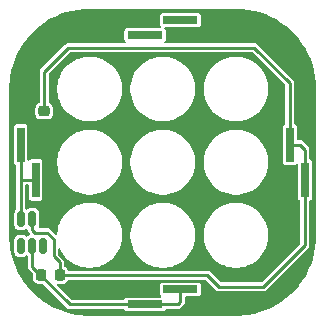
<source format=gbr>
%TF.GenerationSoftware,KiCad,Pcbnew,9.0.7*%
%TF.CreationDate,2026-01-26T10:07:13+01:00*%
%TF.ProjectId,Dice,44696365-2e6b-4696-9361-645f70636258,rev?*%
%TF.SameCoordinates,Original*%
%TF.FileFunction,Copper,L2,Bot*%
%TF.FilePolarity,Positive*%
%FSLAX46Y46*%
G04 Gerber Fmt 4.6, Leading zero omitted, Abs format (unit mm)*
G04 Created by KiCad (PCBNEW 9.0.7) date 2026-01-26 10:07:13*
%MOMM*%
%LPD*%
G01*
G04 APERTURE LIST*
G04 Aperture macros list*
%AMRoundRect*
0 Rectangle with rounded corners*
0 $1 Rounding radius*
0 $2 $3 $4 $5 $6 $7 $8 $9 X,Y pos of 4 corners*
0 Add a 4 corners polygon primitive as box body*
4,1,4,$2,$3,$4,$5,$6,$7,$8,$9,$2,$3,0*
0 Add four circle primitives for the rounded corners*
1,1,$1+$1,$2,$3*
1,1,$1+$1,$4,$5*
1,1,$1+$1,$6,$7*
1,1,$1+$1,$8,$9*
0 Add four rect primitives between the rounded corners*
20,1,$1+$1,$2,$3,$4,$5,0*
20,1,$1+$1,$4,$5,$6,$7,0*
20,1,$1+$1,$6,$7,$8,$9,0*
20,1,$1+$1,$8,$9,$2,$3,0*%
G04 Aperture macros list end*
%TA.AperFunction,SMDPad,CuDef*%
%ADD10R,3.000000X0.650000*%
%TD*%
%TA.AperFunction,SMDPad,CuDef*%
%ADD11R,0.650000X3.000000*%
%TD*%
%TA.AperFunction,SMDPad,CuDef*%
%ADD12RoundRect,0.150000X-0.150000X0.512500X-0.150000X-0.512500X0.150000X-0.512500X0.150000X0.512500X0*%
%TD*%
%TA.AperFunction,SMDPad,CuDef*%
%ADD13RoundRect,0.225000X0.250000X-0.225000X0.250000X0.225000X-0.250000X0.225000X-0.250000X-0.225000X0*%
%TD*%
%TA.AperFunction,SMDPad,CuDef*%
%ADD14RoundRect,0.225000X-0.225000X-0.250000X0.225000X-0.250000X0.225000X0.250000X-0.225000X0.250000X0*%
%TD*%
%TA.AperFunction,ViaPad*%
%ADD15C,0.800000*%
%TD*%
%TA.AperFunction,Conductor*%
%ADD16C,0.250000*%
%TD*%
G04 APERTURE END LIST*
D10*
%TO.P,J1,1,Pin_1*%
%TO.N,unconnected-(J1-Pad1)*%
X156300000Y-83335000D03*
%TO.P,J1,2,Pin_2*%
%TO.N,unconnected-(J1-Pad2)*%
X159300000Y-82065000D03*
%TD*%
D11*
%TO.P,J4,1,Pin_1*%
%TO.N,GND*%
X168565000Y-92600000D03*
%TO.P,J4,2,Pin_2*%
X169835000Y-95600000D03*
%TD*%
D10*
%TO.P,J3,1,Pin_1*%
%TO.N,+5V*%
X159300000Y-104865000D03*
%TO.P,J3,2,Pin_2*%
X156300000Y-106135000D03*
%TD*%
D11*
%TO.P,J2,1,Pin_1*%
%TO.N,/TP_OUT*%
X147035000Y-95600000D03*
%TO.P,J2,2,Pin_2*%
X145765000Y-92600000D03*
%TD*%
D12*
%TO.P,U1,1,Q*%
%TO.N,/TP_OUT*%
X145800000Y-98912500D03*
%TO.P,U1,2,VSS*%
%TO.N,GND*%
X146750000Y-98912500D03*
%TO.P,U1,3,I*%
%TO.N,/TP*%
X147700000Y-98912500D03*
%TO.P,U1,4,AHLB*%
%TO.N,unconnected-(U1-Pad4)*%
X147700000Y-101187500D03*
%TO.P,U1,5,VDD*%
%TO.N,+5V*%
X146750000Y-101187500D03*
%TO.P,U1,6,TOG*%
%TO.N,unconnected-(U1-Pad6)*%
X145800000Y-101187500D03*
%TD*%
D13*
%TO.P,C2,1*%
%TO.N,/TP*%
X147750000Y-91325000D03*
%TO.P,C2,2*%
%TO.N,GND*%
X147750000Y-89775000D03*
%TD*%
D14*
%TO.P,C1,1*%
%TO.N,+5V*%
X147525000Y-103650000D03*
%TO.P,C1,2*%
%TO.N,GND*%
X149075000Y-103650000D03*
%TD*%
D15*
%TO.N,/TP*%
X149300000Y-91000000D03*
X149300000Y-97200000D03*
%TD*%
D16*
%TO.N,+5V*%
X159300000Y-105900000D02*
X159065000Y-106135000D01*
X149935000Y-106135000D02*
X146750000Y-102950000D01*
X159300000Y-104865000D02*
X159300000Y-105900000D01*
X146750000Y-102950000D02*
X146750000Y-101187500D01*
X156300000Y-106135000D02*
X149935000Y-106135000D01*
X159065000Y-106135000D02*
X156300000Y-106135000D01*
%TO.N,GND*%
X168565000Y-92600000D02*
X169400000Y-92600000D01*
X148550000Y-100600000D02*
X148000000Y-100050000D01*
X169835000Y-93035000D02*
X169835000Y-95600000D01*
X147750000Y-86450000D02*
X149800000Y-84400000D01*
X169400000Y-92600000D02*
X169835000Y-93035000D01*
X147000000Y-100050000D02*
X148000000Y-100050000D01*
X162550000Y-104650000D02*
X166300000Y-104650000D01*
X166300000Y-104650000D02*
X169835000Y-101115000D01*
X149075000Y-102575000D02*
X149075000Y-103650000D01*
X169835000Y-101115000D02*
X169835000Y-95600000D01*
X146750000Y-99800000D02*
X147000000Y-100050000D01*
X168565000Y-87415000D02*
X168565000Y-92600000D01*
X146750000Y-98912500D02*
X146750000Y-99800000D01*
X148550000Y-102050000D02*
X149075000Y-102575000D01*
X149800000Y-84400000D02*
X165550000Y-84400000D01*
X161550000Y-103650000D02*
X162550000Y-104650000D01*
X165550000Y-84400000D02*
X168565000Y-87415000D01*
X149075000Y-103650000D02*
X161550000Y-103650000D01*
X148550000Y-100600000D02*
X148550000Y-102050000D01*
X147750000Y-89775000D02*
X147750000Y-86450000D01*
%TO.N,/TP*%
X148700000Y-91000000D02*
X148375000Y-91325000D01*
X147700000Y-98000000D02*
X148300000Y-97400000D01*
X149300000Y-91000000D02*
X148700000Y-91000000D01*
X149300000Y-97200000D02*
X148350000Y-97200000D01*
X148375000Y-91325000D02*
X147750000Y-91325000D01*
X147700000Y-98912500D02*
X147700000Y-98000000D01*
X148300000Y-97250000D02*
X148300000Y-92850000D01*
X148300000Y-92850000D02*
X147750000Y-92300000D01*
X147750000Y-92300000D02*
X147750000Y-91325000D01*
X148300000Y-97400000D02*
X148300000Y-97250000D01*
X148350000Y-97200000D02*
X148300000Y-97250000D01*
%TO.N,/TP_OUT*%
X145765000Y-98877500D02*
X145765000Y-95665000D01*
X145800000Y-98912500D02*
X145765000Y-98877500D01*
X145830000Y-95600000D02*
X145765000Y-95665000D01*
X147035000Y-95600000D02*
X145830000Y-95600000D01*
X145765000Y-95665000D02*
X145765000Y-92600000D01*
%TD*%
%TA.AperFunction,Conductor*%
%TO.N,/TP*%
G36*
X164001656Y-81100561D02*
G01*
X164455948Y-81117560D01*
X164459551Y-81117769D01*
X164567888Y-81126295D01*
X164570833Y-81126578D01*
X164968688Y-81171405D01*
X164972607Y-81171936D01*
X165075595Y-81188248D01*
X165078044Y-81188673D01*
X165476683Y-81264100D01*
X165480900Y-81265004D01*
X165574396Y-81287451D01*
X165576590Y-81288008D01*
X165976871Y-81395263D01*
X165981257Y-81396562D01*
X166060523Y-81422317D01*
X166062243Y-81422897D01*
X166466139Y-81564226D01*
X166470712Y-81565972D01*
X166529174Y-81590188D01*
X166530491Y-81590748D01*
X166941507Y-81770073D01*
X166946267Y-81772321D01*
X166973909Y-81786405D01*
X166974821Y-81786878D01*
X167396818Y-82009910D01*
X167402560Y-82013225D01*
X167600856Y-82137823D01*
X167827473Y-82280216D01*
X167832972Y-82283965D01*
X168236737Y-82581957D01*
X168241934Y-82586102D01*
X168622310Y-82913442D01*
X168627189Y-82917968D01*
X168982031Y-83272810D01*
X168986557Y-83277689D01*
X169313897Y-83658065D01*
X169318044Y-83663266D01*
X169334138Y-83685072D01*
X169616034Y-84067027D01*
X169619783Y-84072526D01*
X169886767Y-84497428D01*
X169890093Y-84503189D01*
X170047132Y-84800322D01*
X170113047Y-84925038D01*
X170113661Y-84926221D01*
X170127664Y-84953704D01*
X170129938Y-84958518D01*
X170309204Y-85369400D01*
X170309855Y-85370931D01*
X170334008Y-85429241D01*
X170335789Y-85433905D01*
X170477072Y-85837670D01*
X170477710Y-85839562D01*
X170503424Y-85918701D01*
X170504747Y-85923169D01*
X170611979Y-86323367D01*
X170612553Y-86325626D01*
X170634993Y-86419097D01*
X170635900Y-86423327D01*
X170711309Y-86821867D01*
X170711765Y-86824491D01*
X170728059Y-86927373D01*
X170728595Y-86931330D01*
X170773418Y-87329147D01*
X170773704Y-87332129D01*
X170782227Y-87440422D01*
X170782439Y-87444077D01*
X170799438Y-87898343D01*
X170799500Y-87901671D01*
X170799500Y-100298328D01*
X170799438Y-100301656D01*
X170782439Y-100755921D01*
X170782227Y-100759576D01*
X170773704Y-100867869D01*
X170773418Y-100870851D01*
X170728595Y-101268668D01*
X170728059Y-101272625D01*
X170711765Y-101375507D01*
X170711309Y-101378131D01*
X170635900Y-101776671D01*
X170634993Y-101780901D01*
X170612553Y-101874372D01*
X170611979Y-101876631D01*
X170504747Y-102276829D01*
X170503424Y-102281297D01*
X170477710Y-102360436D01*
X170477072Y-102362328D01*
X170335789Y-102766093D01*
X170334008Y-102770757D01*
X170309855Y-102829067D01*
X170309204Y-102830598D01*
X170129938Y-103241480D01*
X170127665Y-103246293D01*
X170118216Y-103264838D01*
X170115332Y-103270500D01*
X170113662Y-103273777D01*
X170113047Y-103274961D01*
X169890095Y-103696807D01*
X169886767Y-103702571D01*
X169619783Y-104127473D01*
X169616034Y-104132972D01*
X169318047Y-104536730D01*
X169313897Y-104541934D01*
X168986557Y-104922310D01*
X168982031Y-104927189D01*
X168627189Y-105282031D01*
X168622310Y-105286557D01*
X168241934Y-105613897D01*
X168236730Y-105618047D01*
X167832972Y-105916034D01*
X167827473Y-105919783D01*
X167402571Y-106186767D01*
X167396807Y-106190095D01*
X166974961Y-106413047D01*
X166973803Y-106413648D01*
X166964838Y-106418216D01*
X166946293Y-106427665D01*
X166941480Y-106429938D01*
X166530598Y-106609204D01*
X166529067Y-106609855D01*
X166470757Y-106634008D01*
X166466093Y-106635789D01*
X166062328Y-106777072D01*
X166060436Y-106777710D01*
X165981297Y-106803424D01*
X165976829Y-106804747D01*
X165576631Y-106911979D01*
X165574372Y-106912553D01*
X165480901Y-106934993D01*
X165476671Y-106935900D01*
X165078131Y-107011309D01*
X165075507Y-107011765D01*
X164972625Y-107028059D01*
X164968668Y-107028595D01*
X164570851Y-107073418D01*
X164567869Y-107073704D01*
X164459576Y-107082227D01*
X164455921Y-107082439D01*
X164001657Y-107099438D01*
X163998329Y-107099500D01*
X151601671Y-107099500D01*
X151598343Y-107099438D01*
X151144077Y-107082439D01*
X151140422Y-107082227D01*
X151032129Y-107073704D01*
X151029147Y-107073418D01*
X150631330Y-107028595D01*
X150627373Y-107028059D01*
X150524491Y-107011765D01*
X150521867Y-107011309D01*
X150123327Y-106935900D01*
X150119097Y-106934993D01*
X150025626Y-106912553D01*
X150023367Y-106911979D01*
X149623169Y-106804747D01*
X149618701Y-106803424D01*
X149539562Y-106777710D01*
X149537670Y-106777072D01*
X149155899Y-106643485D01*
X149133899Y-106635786D01*
X149129249Y-106634011D01*
X149070930Y-106609854D01*
X149069400Y-106609204D01*
X148658518Y-106429938D01*
X148653704Y-106427664D01*
X148652318Y-106426958D01*
X148626191Y-106413645D01*
X148625069Y-106413063D01*
X148203189Y-106190093D01*
X148197428Y-106186767D01*
X148111885Y-106133017D01*
X147894394Y-105996358D01*
X147772526Y-105919783D01*
X147767027Y-105916034D01*
X147455763Y-105686311D01*
X147363266Y-105618044D01*
X147358065Y-105613897D01*
X146977689Y-105286557D01*
X146972810Y-105282031D01*
X146617968Y-104927189D01*
X146613442Y-104922310D01*
X146286102Y-104541934D01*
X146281952Y-104536730D01*
X146265861Y-104514928D01*
X145983965Y-104132972D01*
X145980216Y-104127473D01*
X145901987Y-104002973D01*
X145713225Y-103702560D01*
X145709910Y-103696818D01*
X145486878Y-103274821D01*
X145486405Y-103273909D01*
X145472328Y-103246280D01*
X145470073Y-103241507D01*
X145290748Y-102830491D01*
X145290188Y-102829174D01*
X145265972Y-102770712D01*
X145264226Y-102766139D01*
X145122897Y-102362243D01*
X145122317Y-102360523D01*
X145096562Y-102281257D01*
X145095263Y-102276871D01*
X144988008Y-101876591D01*
X144987445Y-101874372D01*
X144984882Y-101863697D01*
X144965004Y-101780900D01*
X144964098Y-101776671D01*
X144888673Y-101378044D01*
X144888248Y-101375595D01*
X144871936Y-101272607D01*
X144871403Y-101268668D01*
X144870593Y-101261482D01*
X144826578Y-100870833D01*
X144826294Y-100867869D01*
X144817769Y-100759551D01*
X144817560Y-100755948D01*
X144800562Y-100301656D01*
X144800500Y-100298328D01*
X144800500Y-91074928D01*
X145185500Y-91074928D01*
X145185500Y-94125060D01*
X145185502Y-94125072D01*
X145200265Y-94199300D01*
X145216107Y-94223009D01*
X145256516Y-94283484D01*
X145340699Y-94339734D01*
X145340701Y-94339734D01*
X145345946Y-94343239D01*
X145381944Y-94392335D01*
X145385500Y-94417240D01*
X145385500Y-95615034D01*
X145385499Y-95615038D01*
X145385499Y-95714962D01*
X145385500Y-95714965D01*
X145385500Y-98055585D01*
X145364678Y-98112793D01*
X145359433Y-98118517D01*
X145318674Y-98159276D01*
X145260502Y-98273444D01*
X145260500Y-98273450D01*
X145245500Y-98368165D01*
X145245500Y-99456834D01*
X145260500Y-99551549D01*
X145260502Y-99551555D01*
X145318674Y-99665723D01*
X145409277Y-99756326D01*
X145523445Y-99814498D01*
X145523448Y-99814498D01*
X145523450Y-99814499D01*
X145618165Y-99829500D01*
X145618166Y-99829500D01*
X145981835Y-99829500D01*
X146076549Y-99814499D01*
X146076549Y-99814498D01*
X146076555Y-99814498D01*
X146190723Y-99756326D01*
X146212066Y-99734982D01*
X146233017Y-99725212D01*
X146251957Y-99711948D01*
X146259960Y-99712647D01*
X146267240Y-99709253D01*
X146289573Y-99715236D01*
X146312606Y-99717250D01*
X146322225Y-99723984D01*
X146326046Y-99725008D01*
X146337927Y-99734977D01*
X146344427Y-99741476D01*
X146370160Y-99796649D01*
X146370499Y-99804413D01*
X146370499Y-99849962D01*
X146384850Y-99903518D01*
X146396362Y-99946482D01*
X146446324Y-100033019D01*
X146516981Y-100103676D01*
X146516983Y-100103677D01*
X146544481Y-100131175D01*
X146570209Y-100186351D01*
X146554453Y-100245156D01*
X146504583Y-100280075D01*
X146495473Y-100282012D01*
X146473449Y-100285500D01*
X146473444Y-100285502D01*
X146359276Y-100343674D01*
X146337931Y-100365019D01*
X146282755Y-100390746D01*
X146223950Y-100374989D01*
X146212069Y-100365019D01*
X146190723Y-100343674D01*
X146076555Y-100285502D01*
X146076549Y-100285500D01*
X145981835Y-100270500D01*
X145981834Y-100270500D01*
X145618166Y-100270500D01*
X145618165Y-100270500D01*
X145523450Y-100285500D01*
X145523444Y-100285502D01*
X145409278Y-100343673D01*
X145318673Y-100434278D01*
X145260502Y-100548444D01*
X145260500Y-100548450D01*
X145245500Y-100643165D01*
X145245500Y-101731834D01*
X145260500Y-101826549D01*
X145260502Y-101826555D01*
X145318674Y-101940723D01*
X145409277Y-102031326D01*
X145523445Y-102089498D01*
X145523448Y-102089498D01*
X145523450Y-102089499D01*
X145618165Y-102104500D01*
X145618166Y-102104500D01*
X145981835Y-102104500D01*
X146076549Y-102089499D01*
X146076549Y-102089498D01*
X146076555Y-102089498D01*
X146190723Y-102031326D01*
X146212066Y-102009982D01*
X146233017Y-102000212D01*
X146251957Y-101986948D01*
X146259960Y-101987647D01*
X146267240Y-101984253D01*
X146289573Y-101990236D01*
X146312606Y-101992250D01*
X146322225Y-101998984D01*
X146326046Y-102000008D01*
X146337927Y-102009977D01*
X146344428Y-102016477D01*
X146370161Y-102071650D01*
X146370500Y-102079414D01*
X146370500Y-102894571D01*
X146370499Y-102894589D01*
X146370499Y-102900038D01*
X146370499Y-102999962D01*
X146382748Y-103045674D01*
X146396362Y-103096482D01*
X146446324Y-103183019D01*
X146516981Y-103253676D01*
X146516983Y-103253677D01*
X146794433Y-103531127D01*
X146820161Y-103586303D01*
X146820500Y-103594060D01*
X146820500Y-103945873D01*
X146826639Y-104002970D01*
X146826639Y-104002972D01*
X146826640Y-104002973D01*
X146844300Y-104050322D01*
X146874825Y-104132163D01*
X146874826Y-104132165D01*
X146957453Y-104242540D01*
X146957456Y-104242544D01*
X147067837Y-104325175D01*
X147197027Y-104373360D01*
X147239340Y-104377909D01*
X147254126Y-104379499D01*
X147254127Y-104379499D01*
X147254136Y-104379500D01*
X147605940Y-104379500D01*
X147663148Y-104400322D01*
X147668873Y-104405567D01*
X149631322Y-106368016D01*
X149631324Y-106368019D01*
X149701981Y-106438676D01*
X149782331Y-106485066D01*
X149788518Y-106488638D01*
X149885038Y-106514501D01*
X149885042Y-106514501D01*
X149990412Y-106514501D01*
X149990428Y-106514500D01*
X154482759Y-106514500D01*
X154539967Y-106535322D01*
X154556759Y-106554054D01*
X154616511Y-106643478D01*
X154616513Y-106643480D01*
X154616516Y-106643484D01*
X154616519Y-106643486D01*
X154616521Y-106643488D01*
X154700695Y-106699732D01*
X154700697Y-106699733D01*
X154700699Y-106699734D01*
X154774933Y-106714500D01*
X157825066Y-106714499D01*
X157899301Y-106699734D01*
X157983484Y-106643484D01*
X157992844Y-106629476D01*
X158043241Y-106554054D01*
X158092337Y-106518055D01*
X158117241Y-106514500D01*
X159009572Y-106514500D01*
X159009588Y-106514501D01*
X159015038Y-106514501D01*
X159114962Y-106514501D01*
X159191084Y-106494103D01*
X159211482Y-106488638D01*
X159298019Y-106438676D01*
X159368676Y-106368019D01*
X159368677Y-106368016D01*
X159533016Y-106203677D01*
X159533019Y-106203676D01*
X159603676Y-106133019D01*
X159653638Y-106046482D01*
X159669169Y-105988519D01*
X159679501Y-105949962D01*
X159679501Y-105850038D01*
X159679500Y-105850034D01*
X159679500Y-105533499D01*
X159700322Y-105476291D01*
X159753045Y-105445851D01*
X159768500Y-105444499D01*
X160825061Y-105444499D01*
X160825066Y-105444499D01*
X160899301Y-105429734D01*
X160983484Y-105373484D01*
X161039734Y-105289301D01*
X161054500Y-105215067D01*
X161054499Y-104514934D01*
X161039734Y-104440699D01*
X160983484Y-104356516D01*
X160983480Y-104356513D01*
X160983478Y-104356511D01*
X160899304Y-104300267D01*
X160899302Y-104300266D01*
X160825067Y-104285500D01*
X157774939Y-104285500D01*
X157774927Y-104285502D01*
X157700699Y-104300265D01*
X157616518Y-104356514D01*
X157616511Y-104356521D01*
X157560267Y-104440695D01*
X157560266Y-104440697D01*
X157545500Y-104514928D01*
X157545500Y-105215060D01*
X157545502Y-105215072D01*
X157560265Y-105289300D01*
X157560268Y-105289304D01*
X157616516Y-105373484D01*
X157616519Y-105373486D01*
X157644974Y-105392500D01*
X157680972Y-105441597D01*
X157676989Y-105502346D01*
X157634889Y-105546322D01*
X157595527Y-105555500D01*
X154774939Y-105555500D01*
X154774927Y-105555502D01*
X154700699Y-105570265D01*
X154616518Y-105626514D01*
X154616511Y-105626521D01*
X154556759Y-105715946D01*
X154507663Y-105751945D01*
X154482759Y-105755500D01*
X150129060Y-105755500D01*
X150071852Y-105734678D01*
X150066127Y-105729433D01*
X148868127Y-104531433D01*
X148842399Y-104476257D01*
X148858155Y-104417452D01*
X148908025Y-104382533D01*
X148931060Y-104379500D01*
X149345858Y-104379500D01*
X149345864Y-104379500D01*
X149402973Y-104373360D01*
X149532163Y-104325175D01*
X149642544Y-104242544D01*
X149725175Y-104132163D01*
X149729612Y-104120265D01*
X149741872Y-104087398D01*
X149781373Y-104041073D01*
X149825260Y-104029500D01*
X161355940Y-104029500D01*
X161413148Y-104050322D01*
X161418873Y-104055567D01*
X162246322Y-104883016D01*
X162246324Y-104883019D01*
X162316981Y-104953676D01*
X162366944Y-104982522D01*
X162403518Y-105003639D01*
X162423900Y-105009100D01*
X162500038Y-105029501D01*
X162500040Y-105029501D01*
X162605412Y-105029501D01*
X162605428Y-105029500D01*
X166244572Y-105029500D01*
X166244588Y-105029501D01*
X166250038Y-105029501D01*
X166349962Y-105029501D01*
X166426084Y-105009103D01*
X166446482Y-105003638D01*
X166533019Y-104953676D01*
X166603676Y-104883019D01*
X166603676Y-104883017D01*
X166611003Y-104875691D01*
X166611004Y-104875688D01*
X170138676Y-101348019D01*
X170188638Y-101261482D01*
X170194103Y-101241084D01*
X170214501Y-101164962D01*
X170214501Y-101065038D01*
X170214501Y-101059589D01*
X170214500Y-101059571D01*
X170214500Y-97417240D01*
X170235322Y-97360032D01*
X170254054Y-97343239D01*
X170259298Y-97339734D01*
X170259301Y-97339734D01*
X170343484Y-97283484D01*
X170399734Y-97199301D01*
X170414500Y-97125067D01*
X170414499Y-94074934D01*
X170399734Y-94000699D01*
X170343484Y-93916516D01*
X170343480Y-93916513D01*
X170343478Y-93916511D01*
X170254054Y-93856759D01*
X170218055Y-93807663D01*
X170214500Y-93782759D01*
X170214500Y-93092142D01*
X170214501Y-93092129D01*
X170214501Y-92985037D01*
X170194103Y-92908915D01*
X170194102Y-92908913D01*
X170188638Y-92888518D01*
X170138676Y-92801981D01*
X170068019Y-92731324D01*
X170068016Y-92731322D01*
X169703677Y-92366983D01*
X169703676Y-92366981D01*
X169633019Y-92296324D01*
X169546482Y-92246362D01*
X169546479Y-92246361D01*
X169526084Y-92240896D01*
X169526084Y-92240895D01*
X169449962Y-92220499D01*
X169350038Y-92220499D01*
X169344588Y-92220499D01*
X169344572Y-92220500D01*
X169233499Y-92220500D01*
X169176291Y-92199678D01*
X169145851Y-92146955D01*
X169144499Y-92131500D01*
X169144499Y-91074939D01*
X169144499Y-91074934D01*
X169129734Y-91000699D01*
X169073484Y-90916516D01*
X169073480Y-90916513D01*
X169073478Y-90916511D01*
X168984054Y-90856759D01*
X168948055Y-90807663D01*
X168944500Y-90782759D01*
X168944500Y-87472142D01*
X168944501Y-87472129D01*
X168944501Y-87365036D01*
X168921671Y-87279836D01*
X168921670Y-87279835D01*
X168918638Y-87268519D01*
X168918638Y-87268518D01*
X168904671Y-87244326D01*
X168868679Y-87181985D01*
X168868677Y-87181983D01*
X168868676Y-87181981D01*
X168798019Y-87111324D01*
X168798016Y-87111322D01*
X165853677Y-84166983D01*
X165853676Y-84166981D01*
X165783019Y-84096324D01*
X165696482Y-84046362D01*
X165696479Y-84046361D01*
X165676084Y-84040896D01*
X165676084Y-84040895D01*
X165599962Y-84020499D01*
X165500038Y-84020499D01*
X165494588Y-84020499D01*
X165494572Y-84020500D01*
X158011955Y-84020500D01*
X157954747Y-83999678D01*
X157924307Y-83946955D01*
X157934879Y-83887000D01*
X157962509Y-83857500D01*
X157983478Y-83843488D01*
X157983477Y-83843488D01*
X157983484Y-83843484D01*
X158039734Y-83759301D01*
X158054500Y-83685067D01*
X158054499Y-82984934D01*
X158039734Y-82910699D01*
X157983484Y-82826516D01*
X157970363Y-82817749D01*
X157955024Y-82807499D01*
X157919027Y-82758402D01*
X157923010Y-82697653D01*
X157965110Y-82653676D01*
X158004468Y-82644499D01*
X160825066Y-82644499D01*
X160899301Y-82629734D01*
X160983484Y-82573484D01*
X161039734Y-82489301D01*
X161054500Y-82415067D01*
X161054499Y-81714934D01*
X161039734Y-81640699D01*
X160983484Y-81556516D01*
X160983480Y-81556513D01*
X160983478Y-81556511D01*
X160899304Y-81500267D01*
X160899302Y-81500266D01*
X160825067Y-81485500D01*
X157774939Y-81485500D01*
X157774927Y-81485502D01*
X157700699Y-81500265D01*
X157616518Y-81556514D01*
X157616511Y-81556521D01*
X157560267Y-81640695D01*
X157560266Y-81640697D01*
X157545500Y-81714928D01*
X157545500Y-82415060D01*
X157545502Y-82415072D01*
X157560265Y-82489300D01*
X157560268Y-82489304D01*
X157616516Y-82573484D01*
X157616519Y-82573486D01*
X157644974Y-82592500D01*
X157680972Y-82641597D01*
X157676989Y-82702346D01*
X157634889Y-82746322D01*
X157595527Y-82755500D01*
X154774939Y-82755500D01*
X154774927Y-82755502D01*
X154700699Y-82770265D01*
X154616518Y-82826514D01*
X154616511Y-82826521D01*
X154560267Y-82910695D01*
X154560266Y-82910697D01*
X154545500Y-82984928D01*
X154545500Y-83685060D01*
X154545502Y-83685072D01*
X154560265Y-83759300D01*
X154560268Y-83759304D01*
X154616516Y-83843484D01*
X154616519Y-83843486D01*
X154616521Y-83843488D01*
X154637491Y-83857500D01*
X154673490Y-83906596D01*
X154669507Y-83967345D01*
X154627408Y-84011322D01*
X154588045Y-84020500D01*
X149855428Y-84020500D01*
X149855412Y-84020499D01*
X149849962Y-84020499D01*
X149750038Y-84020499D01*
X149673915Y-84040895D01*
X149673915Y-84040896D01*
X149657830Y-84045206D01*
X149653514Y-84046363D01*
X149566983Y-84096321D01*
X149566981Y-84096323D01*
X149496323Y-84166980D01*
X149496324Y-84166981D01*
X149496322Y-84166983D01*
X147516983Y-86146322D01*
X147516981Y-86146324D01*
X147516980Y-86146323D01*
X147446323Y-86216981D01*
X147446321Y-86216983D01*
X147396363Y-86303515D01*
X147393330Y-86314835D01*
X147393329Y-86314836D01*
X147370499Y-86400036D01*
X147370499Y-86507129D01*
X147370500Y-86507142D01*
X147370500Y-89024739D01*
X147349678Y-89081947D01*
X147312603Y-89108127D01*
X147267838Y-89124823D01*
X147267837Y-89124824D01*
X147157459Y-89207453D01*
X147157453Y-89207459D01*
X147074826Y-89317834D01*
X147074825Y-89317836D01*
X147026639Y-89447029D01*
X147020500Y-89504126D01*
X147020500Y-90045873D01*
X147026639Y-90102970D01*
X147026639Y-90102972D01*
X147026640Y-90102973D01*
X147074825Y-90232163D01*
X147157456Y-90342544D01*
X147267837Y-90425175D01*
X147397027Y-90473360D01*
X147439340Y-90477909D01*
X147454126Y-90479499D01*
X147454127Y-90479499D01*
X147454136Y-90479500D01*
X147454142Y-90479500D01*
X148045858Y-90479500D01*
X148045864Y-90479500D01*
X148102973Y-90473360D01*
X148232163Y-90425175D01*
X148342544Y-90342544D01*
X148425175Y-90232163D01*
X148473360Y-90102973D01*
X148479500Y-90045864D01*
X148479500Y-89504136D01*
X148473360Y-89447027D01*
X148425175Y-89317837D01*
X148342544Y-89207456D01*
X148232163Y-89124825D01*
X148232162Y-89124824D01*
X148232161Y-89124823D01*
X148187397Y-89108127D01*
X148141073Y-89068625D01*
X148129500Y-89024739D01*
X148129500Y-87745799D01*
X148854326Y-87745799D01*
X148854326Y-88054200D01*
X148888853Y-88360632D01*
X148888854Y-88360639D01*
X148888855Y-88360642D01*
X148957477Y-88661298D01*
X149059331Y-88952379D01*
X149059333Y-88952384D01*
X149193135Y-89230227D01*
X149357207Y-89491346D01*
X149549477Y-89732445D01*
X149549480Y-89732448D01*
X149549484Y-89732453D01*
X149767547Y-89950516D01*
X149767551Y-89950519D01*
X149767554Y-89950522D01*
X150008653Y-90142792D01*
X150269772Y-90306864D01*
X150269771Y-90306864D01*
X150515443Y-90425173D01*
X150547621Y-90440669D01*
X150838702Y-90542523D01*
X151139358Y-90611145D01*
X151445801Y-90645673D01*
X151445804Y-90645674D01*
X151445806Y-90645674D01*
X151754196Y-90645674D01*
X151754197Y-90645673D01*
X152060642Y-90611145D01*
X152361298Y-90542523D01*
X152652379Y-90440669D01*
X152930227Y-90306864D01*
X153191346Y-90142792D01*
X153432453Y-89950516D01*
X153650516Y-89732453D01*
X153842792Y-89491346D01*
X154006864Y-89230227D01*
X154140669Y-88952379D01*
X154242523Y-88661298D01*
X154311145Y-88360642D01*
X154345674Y-88054194D01*
X154345674Y-87745806D01*
X154345673Y-87745799D01*
X155054326Y-87745799D01*
X155054326Y-88054200D01*
X155088853Y-88360632D01*
X155088854Y-88360639D01*
X155088855Y-88360642D01*
X155157477Y-88661298D01*
X155259331Y-88952379D01*
X155259333Y-88952384D01*
X155393135Y-89230227D01*
X155557207Y-89491346D01*
X155749477Y-89732445D01*
X155749480Y-89732448D01*
X155749484Y-89732453D01*
X155967547Y-89950516D01*
X155967551Y-89950519D01*
X155967554Y-89950522D01*
X156208653Y-90142792D01*
X156469772Y-90306864D01*
X156469771Y-90306864D01*
X156715443Y-90425173D01*
X156747621Y-90440669D01*
X157038702Y-90542523D01*
X157339358Y-90611145D01*
X157645801Y-90645673D01*
X157645804Y-90645674D01*
X157645806Y-90645674D01*
X157954196Y-90645674D01*
X157954197Y-90645673D01*
X158260642Y-90611145D01*
X158561298Y-90542523D01*
X158852379Y-90440669D01*
X159130227Y-90306864D01*
X159391346Y-90142792D01*
X159632453Y-89950516D01*
X159850516Y-89732453D01*
X160042792Y-89491346D01*
X160206864Y-89230227D01*
X160340669Y-88952379D01*
X160442523Y-88661298D01*
X160511145Y-88360642D01*
X160545674Y-88054194D01*
X160545674Y-87745806D01*
X160545673Y-87745799D01*
X161254326Y-87745799D01*
X161254326Y-88054200D01*
X161288853Y-88360632D01*
X161288854Y-88360639D01*
X161288855Y-88360642D01*
X161357477Y-88661298D01*
X161459331Y-88952379D01*
X161459333Y-88952384D01*
X161593135Y-89230227D01*
X161757207Y-89491346D01*
X161949477Y-89732445D01*
X161949480Y-89732448D01*
X161949484Y-89732453D01*
X162167547Y-89950516D01*
X162167551Y-89950519D01*
X162167554Y-89950522D01*
X162408653Y-90142792D01*
X162669772Y-90306864D01*
X162669771Y-90306864D01*
X162915443Y-90425173D01*
X162947621Y-90440669D01*
X163238702Y-90542523D01*
X163539358Y-90611145D01*
X163845801Y-90645673D01*
X163845804Y-90645674D01*
X163845806Y-90645674D01*
X164154196Y-90645674D01*
X164154197Y-90645673D01*
X164460642Y-90611145D01*
X164761298Y-90542523D01*
X165052379Y-90440669D01*
X165330227Y-90306864D01*
X165591346Y-90142792D01*
X165832453Y-89950516D01*
X166050516Y-89732453D01*
X166242792Y-89491346D01*
X166406864Y-89230227D01*
X166540669Y-88952379D01*
X166642523Y-88661298D01*
X166711145Y-88360642D01*
X166745674Y-88054194D01*
X166745674Y-87745806D01*
X166711145Y-87439358D01*
X166642523Y-87138702D01*
X166540669Y-86847621D01*
X166406864Y-86569773D01*
X166406864Y-86569772D01*
X166242792Y-86308653D01*
X166050522Y-86067554D01*
X166050519Y-86067551D01*
X166050516Y-86067547D01*
X165832453Y-85849484D01*
X165832448Y-85849480D01*
X165832445Y-85849477D01*
X165591346Y-85657207D01*
X165330227Y-85493135D01*
X165330228Y-85493135D01*
X165052384Y-85359333D01*
X165052380Y-85359331D01*
X165052379Y-85359331D01*
X164761298Y-85257477D01*
X164460642Y-85188855D01*
X164460639Y-85188854D01*
X164460632Y-85188853D01*
X164154200Y-85154326D01*
X164154194Y-85154326D01*
X163845806Y-85154326D01*
X163845799Y-85154326D01*
X163539367Y-85188853D01*
X163539358Y-85188854D01*
X163539358Y-85188855D01*
X163238702Y-85257477D01*
X163005638Y-85339029D01*
X162947615Y-85359333D01*
X162669772Y-85493135D01*
X162408653Y-85657207D01*
X162167554Y-85849477D01*
X161949477Y-86067554D01*
X161757207Y-86308653D01*
X161593135Y-86569772D01*
X161459333Y-86847615D01*
X161459331Y-86847621D01*
X161431425Y-86927373D01*
X161357476Y-87138706D01*
X161288853Y-87439367D01*
X161254326Y-87745799D01*
X160545673Y-87745799D01*
X160511145Y-87439358D01*
X160442523Y-87138702D01*
X160340669Y-86847621D01*
X160206864Y-86569773D01*
X160206864Y-86569772D01*
X160042792Y-86308653D01*
X159850522Y-86067554D01*
X159850519Y-86067551D01*
X159850516Y-86067547D01*
X159632453Y-85849484D01*
X159632448Y-85849480D01*
X159632445Y-85849477D01*
X159391346Y-85657207D01*
X159130227Y-85493135D01*
X159130228Y-85493135D01*
X158852384Y-85359333D01*
X158852380Y-85359331D01*
X158852379Y-85359331D01*
X158561298Y-85257477D01*
X158260642Y-85188855D01*
X158260639Y-85188854D01*
X158260632Y-85188853D01*
X157954200Y-85154326D01*
X157954194Y-85154326D01*
X157645806Y-85154326D01*
X157645799Y-85154326D01*
X157339367Y-85188853D01*
X157339358Y-85188854D01*
X157339358Y-85188855D01*
X157038702Y-85257477D01*
X156805638Y-85339029D01*
X156747615Y-85359333D01*
X156469772Y-85493135D01*
X156208653Y-85657207D01*
X155967554Y-85849477D01*
X155749477Y-86067554D01*
X155557207Y-86308653D01*
X155393135Y-86569772D01*
X155259333Y-86847615D01*
X155259331Y-86847621D01*
X155231425Y-86927373D01*
X155157476Y-87138706D01*
X155088853Y-87439367D01*
X155054326Y-87745799D01*
X154345673Y-87745799D01*
X154311145Y-87439358D01*
X154242523Y-87138702D01*
X154140669Y-86847621D01*
X154006864Y-86569773D01*
X154006864Y-86569772D01*
X153842792Y-86308653D01*
X153650522Y-86067554D01*
X153650519Y-86067551D01*
X153650516Y-86067547D01*
X153432453Y-85849484D01*
X153432448Y-85849480D01*
X153432445Y-85849477D01*
X153191346Y-85657207D01*
X152930227Y-85493135D01*
X152930228Y-85493135D01*
X152652384Y-85359333D01*
X152652380Y-85359331D01*
X152652379Y-85359331D01*
X152361298Y-85257477D01*
X152060642Y-85188855D01*
X152060639Y-85188854D01*
X152060632Y-85188853D01*
X151754200Y-85154326D01*
X151754194Y-85154326D01*
X151445806Y-85154326D01*
X151445799Y-85154326D01*
X151139367Y-85188853D01*
X151139358Y-85188854D01*
X151139358Y-85188855D01*
X150838702Y-85257477D01*
X150605638Y-85339029D01*
X150547615Y-85359333D01*
X150269772Y-85493135D01*
X150008653Y-85657207D01*
X149767554Y-85849477D01*
X149549477Y-86067554D01*
X149357207Y-86308653D01*
X149193135Y-86569772D01*
X149059333Y-86847615D01*
X149059331Y-86847621D01*
X149031425Y-86927373D01*
X148957476Y-87138706D01*
X148888853Y-87439367D01*
X148854326Y-87745799D01*
X148129500Y-87745799D01*
X148129500Y-86644060D01*
X148150322Y-86586852D01*
X148155567Y-86581127D01*
X149931127Y-84805567D01*
X149986303Y-84779839D01*
X149994060Y-84779500D01*
X165355940Y-84779500D01*
X165413148Y-84800322D01*
X165418873Y-84805567D01*
X168159433Y-87546127D01*
X168185161Y-87601303D01*
X168185500Y-87609060D01*
X168185500Y-90782759D01*
X168164678Y-90839967D01*
X168145946Y-90856759D01*
X168056521Y-90916511D01*
X168056511Y-90916521D01*
X168000267Y-91000695D01*
X168000266Y-91000697D01*
X167985500Y-91074928D01*
X167985500Y-94125060D01*
X167985502Y-94125072D01*
X168000265Y-94199300D01*
X168016107Y-94223009D01*
X168056516Y-94283484D01*
X168056519Y-94283486D01*
X168056521Y-94283488D01*
X168140695Y-94339732D01*
X168140697Y-94339733D01*
X168140699Y-94339734D01*
X168214933Y-94354500D01*
X168915066Y-94354499D01*
X168989301Y-94339734D01*
X169073484Y-94283484D01*
X169092499Y-94255025D01*
X169141596Y-94219027D01*
X169202345Y-94223009D01*
X169246322Y-94265109D01*
X169255500Y-94304472D01*
X169255500Y-97125060D01*
X169255502Y-97125072D01*
X169270265Y-97199300D01*
X169270268Y-97199304D01*
X169326516Y-97283484D01*
X169410699Y-97339734D01*
X169410701Y-97339734D01*
X169415946Y-97343239D01*
X169451944Y-97392335D01*
X169455500Y-97417240D01*
X169455500Y-100920940D01*
X169434678Y-100978148D01*
X169429433Y-100983872D01*
X166168874Y-104244432D01*
X166113698Y-104270161D01*
X166105941Y-104270500D01*
X162744060Y-104270500D01*
X162686852Y-104249678D01*
X162681127Y-104244433D01*
X161853677Y-103416983D01*
X161853676Y-103416981D01*
X161783019Y-103346324D01*
X161696482Y-103296362D01*
X161696479Y-103296361D01*
X161676084Y-103290896D01*
X161676084Y-103290895D01*
X161599962Y-103270499D01*
X161500038Y-103270499D01*
X161494588Y-103270499D01*
X161494572Y-103270500D01*
X149825260Y-103270500D01*
X149768052Y-103249678D01*
X149741872Y-103212602D01*
X149725177Y-103167842D01*
X149725173Y-103167834D01*
X149671759Y-103096482D01*
X149642544Y-103057456D01*
X149580682Y-103011146D01*
X149532162Y-102974824D01*
X149532161Y-102974823D01*
X149512397Y-102967452D01*
X149466073Y-102927951D01*
X149454500Y-102884064D01*
X149454500Y-102632142D01*
X149454501Y-102632129D01*
X149454501Y-102525036D01*
X149431246Y-102438249D01*
X149428638Y-102428517D01*
X149378679Y-102341985D01*
X149378677Y-102341983D01*
X149378676Y-102341981D01*
X149308019Y-102271324D01*
X149308016Y-102271322D01*
X148955567Y-101918873D01*
X148929839Y-101863697D01*
X148929500Y-101855940D01*
X148929500Y-101472717D01*
X148950322Y-101415509D01*
X149003045Y-101385069D01*
X149063000Y-101395641D01*
X149098686Y-101434101D01*
X149193135Y-101630227D01*
X149357207Y-101891346D01*
X149549477Y-102132445D01*
X149549480Y-102132448D01*
X149549484Y-102132453D01*
X149767547Y-102350516D01*
X149767551Y-102350519D01*
X149767554Y-102350522D01*
X150008653Y-102542792D01*
X150269772Y-102706864D01*
X150269771Y-102706864D01*
X150502361Y-102818873D01*
X150547621Y-102840669D01*
X150838702Y-102942523D01*
X151139358Y-103011145D01*
X151445801Y-103045673D01*
X151445804Y-103045674D01*
X151445806Y-103045674D01*
X151754196Y-103045674D01*
X151754197Y-103045673D01*
X152060642Y-103011145D01*
X152361298Y-102942523D01*
X152652379Y-102840669D01*
X152930227Y-102706864D01*
X153191346Y-102542792D01*
X153432453Y-102350516D01*
X153650516Y-102132453D01*
X153842792Y-101891346D01*
X154006864Y-101630227D01*
X154140669Y-101352379D01*
X154242523Y-101061298D01*
X154311145Y-100760642D01*
X154345674Y-100454194D01*
X154345674Y-100145806D01*
X154345673Y-100145799D01*
X155054326Y-100145799D01*
X155054326Y-100454200D01*
X155088853Y-100760632D01*
X155088854Y-100760639D01*
X155088855Y-100760642D01*
X155157477Y-101061298D01*
X155259331Y-101352379D01*
X155259333Y-101352384D01*
X155393135Y-101630227D01*
X155557207Y-101891346D01*
X155749477Y-102132445D01*
X155749480Y-102132448D01*
X155749484Y-102132453D01*
X155967547Y-102350516D01*
X155967551Y-102350519D01*
X155967554Y-102350522D01*
X156208653Y-102542792D01*
X156469772Y-102706864D01*
X156469771Y-102706864D01*
X156702361Y-102818873D01*
X156747621Y-102840669D01*
X157038702Y-102942523D01*
X157339358Y-103011145D01*
X157645801Y-103045673D01*
X157645804Y-103045674D01*
X157645806Y-103045674D01*
X157954196Y-103045674D01*
X157954197Y-103045673D01*
X158260642Y-103011145D01*
X158561298Y-102942523D01*
X158852379Y-102840669D01*
X159130227Y-102706864D01*
X159391346Y-102542792D01*
X159632453Y-102350516D01*
X159850516Y-102132453D01*
X160042792Y-101891346D01*
X160206864Y-101630227D01*
X160340669Y-101352379D01*
X160442523Y-101061298D01*
X160511145Y-100760642D01*
X160545674Y-100454194D01*
X160545674Y-100145806D01*
X160545673Y-100145799D01*
X161254326Y-100145799D01*
X161254326Y-100454200D01*
X161288853Y-100760632D01*
X161288854Y-100760639D01*
X161288855Y-100760642D01*
X161357477Y-101061298D01*
X161459331Y-101352379D01*
X161459333Y-101352384D01*
X161593135Y-101630227D01*
X161757207Y-101891346D01*
X161949477Y-102132445D01*
X161949480Y-102132448D01*
X161949484Y-102132453D01*
X162167547Y-102350516D01*
X162167551Y-102350519D01*
X162167554Y-102350522D01*
X162408653Y-102542792D01*
X162669772Y-102706864D01*
X162669771Y-102706864D01*
X162902361Y-102818873D01*
X162947621Y-102840669D01*
X163238702Y-102942523D01*
X163539358Y-103011145D01*
X163845801Y-103045673D01*
X163845804Y-103045674D01*
X163845806Y-103045674D01*
X164154196Y-103045674D01*
X164154197Y-103045673D01*
X164460642Y-103011145D01*
X164761298Y-102942523D01*
X165052379Y-102840669D01*
X165330227Y-102706864D01*
X165591346Y-102542792D01*
X165832453Y-102350516D01*
X166050516Y-102132453D01*
X166242792Y-101891346D01*
X166406864Y-101630227D01*
X166540669Y-101352379D01*
X166642523Y-101061298D01*
X166711145Y-100760642D01*
X166745674Y-100454194D01*
X166745674Y-100145806D01*
X166711145Y-99839358D01*
X166642523Y-99538702D01*
X166540669Y-99247621D01*
X166406864Y-98969773D01*
X166406864Y-98969772D01*
X166242792Y-98708653D01*
X166050522Y-98467554D01*
X166050519Y-98467551D01*
X166050516Y-98467547D01*
X165832453Y-98249484D01*
X165832448Y-98249480D01*
X165832445Y-98249477D01*
X165591346Y-98057207D01*
X165330227Y-97893135D01*
X165330228Y-97893135D01*
X165052384Y-97759333D01*
X165052380Y-97759331D01*
X165052379Y-97759331D01*
X164761298Y-97657477D01*
X164460642Y-97588855D01*
X164460639Y-97588854D01*
X164460632Y-97588853D01*
X164154200Y-97554326D01*
X164154194Y-97554326D01*
X163845806Y-97554326D01*
X163845799Y-97554326D01*
X163539367Y-97588853D01*
X163539358Y-97588854D01*
X163539358Y-97588855D01*
X163238702Y-97657477D01*
X163005638Y-97739029D01*
X162947615Y-97759333D01*
X162669772Y-97893135D01*
X162408653Y-98057207D01*
X162167554Y-98249477D01*
X161949477Y-98467554D01*
X161757207Y-98708653D01*
X161593135Y-98969772D01*
X161459333Y-99247615D01*
X161357476Y-99538706D01*
X161288853Y-99839367D01*
X161254326Y-100145799D01*
X160545673Y-100145799D01*
X160511145Y-99839358D01*
X160442523Y-99538702D01*
X160340669Y-99247621D01*
X160206864Y-98969773D01*
X160206864Y-98969772D01*
X160042792Y-98708653D01*
X159850522Y-98467554D01*
X159850519Y-98467551D01*
X159850516Y-98467547D01*
X159632453Y-98249484D01*
X159632448Y-98249480D01*
X159632445Y-98249477D01*
X159391346Y-98057207D01*
X159130227Y-97893135D01*
X159130228Y-97893135D01*
X158852384Y-97759333D01*
X158852380Y-97759331D01*
X158852379Y-97759331D01*
X158561298Y-97657477D01*
X158260642Y-97588855D01*
X158260639Y-97588854D01*
X158260632Y-97588853D01*
X157954200Y-97554326D01*
X157954194Y-97554326D01*
X157645806Y-97554326D01*
X157645799Y-97554326D01*
X157339367Y-97588853D01*
X157339358Y-97588854D01*
X157339358Y-97588855D01*
X157038702Y-97657477D01*
X156805638Y-97739029D01*
X156747615Y-97759333D01*
X156469772Y-97893135D01*
X156208653Y-98057207D01*
X155967554Y-98249477D01*
X155749477Y-98467554D01*
X155557207Y-98708653D01*
X155393135Y-98969772D01*
X155259333Y-99247615D01*
X155157476Y-99538706D01*
X155088853Y-99839367D01*
X155054326Y-100145799D01*
X154345673Y-100145799D01*
X154311145Y-99839358D01*
X154242523Y-99538702D01*
X154140669Y-99247621D01*
X154006864Y-98969773D01*
X154006864Y-98969772D01*
X153842792Y-98708653D01*
X153650522Y-98467554D01*
X153650519Y-98467551D01*
X153650516Y-98467547D01*
X153432453Y-98249484D01*
X153432448Y-98249480D01*
X153432445Y-98249477D01*
X153191346Y-98057207D01*
X152930227Y-97893135D01*
X152930228Y-97893135D01*
X152652384Y-97759333D01*
X152652380Y-97759331D01*
X152652379Y-97759331D01*
X152361298Y-97657477D01*
X152060642Y-97588855D01*
X152060639Y-97588854D01*
X152060632Y-97588853D01*
X151754200Y-97554326D01*
X151754194Y-97554326D01*
X151445806Y-97554326D01*
X151445799Y-97554326D01*
X151139367Y-97588853D01*
X151139358Y-97588854D01*
X151139358Y-97588855D01*
X150838702Y-97657477D01*
X150605638Y-97739029D01*
X150547615Y-97759333D01*
X150269772Y-97893135D01*
X150008653Y-98057207D01*
X149767554Y-98249477D01*
X149549477Y-98467554D01*
X149357207Y-98708653D01*
X149193135Y-98969772D01*
X149059333Y-99247615D01*
X148957476Y-99538706D01*
X148888853Y-99839367D01*
X148854326Y-100145799D01*
X148854326Y-100152766D01*
X148833504Y-100209974D01*
X148780781Y-100240414D01*
X148720826Y-100229842D01*
X148702393Y-100215699D01*
X148303677Y-99816983D01*
X148303676Y-99816981D01*
X148233019Y-99746324D01*
X148146482Y-99696362D01*
X148146479Y-99696361D01*
X148126084Y-99690896D01*
X148126084Y-99690895D01*
X148049962Y-99670499D01*
X147950038Y-99670499D01*
X147944588Y-99670499D01*
X147944572Y-99670500D01*
X147373348Y-99670500D01*
X147316140Y-99649678D01*
X147285700Y-99596955D01*
X147288707Y-99553990D01*
X147289499Y-99551552D01*
X147304500Y-99456834D01*
X147304500Y-98368165D01*
X147289499Y-98273450D01*
X147289498Y-98273448D01*
X147289498Y-98273445D01*
X147231326Y-98159277D01*
X147140723Y-98068674D01*
X147026555Y-98010502D01*
X147026549Y-98010500D01*
X146931835Y-97995500D01*
X146931834Y-97995500D01*
X146568166Y-97995500D01*
X146568165Y-97995500D01*
X146473450Y-98010500D01*
X146473444Y-98010502D01*
X146359276Y-98068674D01*
X146337931Y-98090019D01*
X146319428Y-98098646D01*
X146303485Y-98111404D01*
X146292610Y-98111150D01*
X146282755Y-98115746D01*
X146263033Y-98110461D01*
X146242622Y-98109986D01*
X146229670Y-98101521D01*
X146223950Y-98099989D01*
X146216220Y-98093913D01*
X146214077Y-98092028D01*
X146190723Y-98068674D01*
X146183121Y-98064800D01*
X146174720Y-98057411D01*
X146165159Y-98039924D01*
X146151570Y-98025347D01*
X146148240Y-98008977D01*
X146145516Y-98003993D01*
X146146365Y-97999755D01*
X146144500Y-97990583D01*
X146144500Y-96068500D01*
X146165322Y-96011292D01*
X146218045Y-95980852D01*
X146233500Y-95979500D01*
X146366501Y-95979500D01*
X146423709Y-96000322D01*
X146454149Y-96053045D01*
X146455501Y-96068500D01*
X146455501Y-97125066D01*
X146455501Y-97125070D01*
X146455502Y-97125072D01*
X146470265Y-97199300D01*
X146470268Y-97199304D01*
X146526516Y-97283484D01*
X146526519Y-97283486D01*
X146526521Y-97283488D01*
X146610695Y-97339732D01*
X146610697Y-97339733D01*
X146610699Y-97339734D01*
X146684933Y-97354500D01*
X147385066Y-97354499D01*
X147459301Y-97339734D01*
X147543484Y-97283484D01*
X147599734Y-97199301D01*
X147614500Y-97125067D01*
X147614499Y-94074934D01*
X147599734Y-94000699D01*
X147594424Y-93992753D01*
X147594424Y-93992750D01*
X147563051Y-93945799D01*
X148854326Y-93945799D01*
X148854326Y-94254200D01*
X148888853Y-94560632D01*
X148888854Y-94560639D01*
X148888855Y-94560642D01*
X148957477Y-94861298D01*
X149052025Y-95131500D01*
X149059333Y-95152384D01*
X149193135Y-95430227D01*
X149357207Y-95691346D01*
X149549477Y-95932445D01*
X149549480Y-95932448D01*
X149549484Y-95932453D01*
X149767547Y-96150516D01*
X149767551Y-96150519D01*
X149767554Y-96150522D01*
X150008653Y-96342792D01*
X150269772Y-96506864D01*
X150269771Y-96506864D01*
X150519009Y-96626890D01*
X150547621Y-96640669D01*
X150838702Y-96742523D01*
X151139358Y-96811145D01*
X151445801Y-96845673D01*
X151445804Y-96845674D01*
X151445806Y-96845674D01*
X151754196Y-96845674D01*
X151754197Y-96845673D01*
X152060642Y-96811145D01*
X152361298Y-96742523D01*
X152652379Y-96640669D01*
X152930227Y-96506864D01*
X153191346Y-96342792D01*
X153432453Y-96150516D01*
X153650516Y-95932453D01*
X153842792Y-95691346D01*
X154006864Y-95430227D01*
X154140669Y-95152379D01*
X154242523Y-94861298D01*
X154311145Y-94560642D01*
X154345674Y-94254194D01*
X154345674Y-93945806D01*
X154345673Y-93945799D01*
X155054326Y-93945799D01*
X155054326Y-94254200D01*
X155088853Y-94560632D01*
X155088854Y-94560639D01*
X155088855Y-94560642D01*
X155157477Y-94861298D01*
X155252025Y-95131500D01*
X155259333Y-95152384D01*
X155393135Y-95430227D01*
X155557207Y-95691346D01*
X155749477Y-95932445D01*
X155749480Y-95932448D01*
X155749484Y-95932453D01*
X155967547Y-96150516D01*
X155967551Y-96150519D01*
X155967554Y-96150522D01*
X156208653Y-96342792D01*
X156469772Y-96506864D01*
X156469771Y-96506864D01*
X156719009Y-96626890D01*
X156747621Y-96640669D01*
X157038702Y-96742523D01*
X157339358Y-96811145D01*
X157645801Y-96845673D01*
X157645804Y-96845674D01*
X157645806Y-96845674D01*
X157954196Y-96845674D01*
X157954197Y-96845673D01*
X158260642Y-96811145D01*
X158561298Y-96742523D01*
X158852379Y-96640669D01*
X159130227Y-96506864D01*
X159391346Y-96342792D01*
X159632453Y-96150516D01*
X159850516Y-95932453D01*
X160042792Y-95691346D01*
X160206864Y-95430227D01*
X160340669Y-95152379D01*
X160442523Y-94861298D01*
X160511145Y-94560642D01*
X160545674Y-94254194D01*
X160545674Y-93945806D01*
X160545673Y-93945799D01*
X161254326Y-93945799D01*
X161254326Y-94254200D01*
X161288853Y-94560632D01*
X161288854Y-94560639D01*
X161288855Y-94560642D01*
X161357477Y-94861298D01*
X161452025Y-95131500D01*
X161459333Y-95152384D01*
X161593135Y-95430227D01*
X161757207Y-95691346D01*
X161949477Y-95932445D01*
X161949480Y-95932448D01*
X161949484Y-95932453D01*
X162167547Y-96150516D01*
X162167551Y-96150519D01*
X162167554Y-96150522D01*
X162408653Y-96342792D01*
X162669772Y-96506864D01*
X162669771Y-96506864D01*
X162919009Y-96626890D01*
X162947621Y-96640669D01*
X163238702Y-96742523D01*
X163539358Y-96811145D01*
X163845801Y-96845673D01*
X163845804Y-96845674D01*
X163845806Y-96845674D01*
X164154196Y-96845674D01*
X164154197Y-96845673D01*
X164460642Y-96811145D01*
X164761298Y-96742523D01*
X165052379Y-96640669D01*
X165330227Y-96506864D01*
X165591346Y-96342792D01*
X165832453Y-96150516D01*
X166050516Y-95932453D01*
X166242792Y-95691346D01*
X166406864Y-95430227D01*
X166540669Y-95152379D01*
X166642523Y-94861298D01*
X166711145Y-94560642D01*
X166745674Y-94254194D01*
X166745674Y-93945806D01*
X166711145Y-93639358D01*
X166642523Y-93338702D01*
X166540669Y-93047621D01*
X166507864Y-92979500D01*
X166406864Y-92769772D01*
X166242792Y-92508653D01*
X166050522Y-92267554D01*
X166050519Y-92267551D01*
X166050516Y-92267547D01*
X165832453Y-92049484D01*
X165832448Y-92049480D01*
X165832445Y-92049477D01*
X165591346Y-91857207D01*
X165330227Y-91693135D01*
X165330228Y-91693135D01*
X165052384Y-91559333D01*
X165052380Y-91559331D01*
X165052379Y-91559331D01*
X164761298Y-91457477D01*
X164460642Y-91388855D01*
X164460639Y-91388854D01*
X164460632Y-91388853D01*
X164154200Y-91354326D01*
X164154194Y-91354326D01*
X163845806Y-91354326D01*
X163845799Y-91354326D01*
X163539367Y-91388853D01*
X163539358Y-91388854D01*
X163539358Y-91388855D01*
X163238702Y-91457477D01*
X163005638Y-91539029D01*
X162947615Y-91559333D01*
X162669772Y-91693135D01*
X162408653Y-91857207D01*
X162167554Y-92049477D01*
X161949477Y-92267554D01*
X161757207Y-92508653D01*
X161593135Y-92769772D01*
X161459333Y-93047615D01*
X161357476Y-93338706D01*
X161288853Y-93639367D01*
X161254326Y-93945799D01*
X160545673Y-93945799D01*
X160511145Y-93639358D01*
X160442523Y-93338702D01*
X160340669Y-93047621D01*
X160307864Y-92979500D01*
X160206864Y-92769772D01*
X160042792Y-92508653D01*
X159850522Y-92267554D01*
X159850519Y-92267551D01*
X159850516Y-92267547D01*
X159632453Y-92049484D01*
X159632448Y-92049480D01*
X159632445Y-92049477D01*
X159391346Y-91857207D01*
X159130227Y-91693135D01*
X159130228Y-91693135D01*
X158852384Y-91559333D01*
X158852380Y-91559331D01*
X158852379Y-91559331D01*
X158561298Y-91457477D01*
X158260642Y-91388855D01*
X158260639Y-91388854D01*
X158260632Y-91388853D01*
X157954200Y-91354326D01*
X157954194Y-91354326D01*
X157645806Y-91354326D01*
X157645799Y-91354326D01*
X157339367Y-91388853D01*
X157339358Y-91388854D01*
X157339358Y-91388855D01*
X157038702Y-91457477D01*
X156805638Y-91539029D01*
X156747615Y-91559333D01*
X156469772Y-91693135D01*
X156208653Y-91857207D01*
X155967554Y-92049477D01*
X155749477Y-92267554D01*
X155557207Y-92508653D01*
X155393135Y-92769772D01*
X155259333Y-93047615D01*
X155157476Y-93338706D01*
X155088853Y-93639367D01*
X155054326Y-93945799D01*
X154345673Y-93945799D01*
X154311145Y-93639358D01*
X154242523Y-93338702D01*
X154140669Y-93047621D01*
X154107864Y-92979500D01*
X154006864Y-92769772D01*
X153842792Y-92508653D01*
X153650522Y-92267554D01*
X153650519Y-92267551D01*
X153650516Y-92267547D01*
X153432453Y-92049484D01*
X153432448Y-92049480D01*
X153432445Y-92049477D01*
X153191346Y-91857207D01*
X152930227Y-91693135D01*
X152930228Y-91693135D01*
X152652384Y-91559333D01*
X152652380Y-91559331D01*
X152652379Y-91559331D01*
X152361298Y-91457477D01*
X152060642Y-91388855D01*
X152060639Y-91388854D01*
X152060632Y-91388853D01*
X151754200Y-91354326D01*
X151754194Y-91354326D01*
X151445806Y-91354326D01*
X151445799Y-91354326D01*
X151139367Y-91388853D01*
X151139358Y-91388854D01*
X151139358Y-91388855D01*
X150838702Y-91457477D01*
X150605638Y-91539029D01*
X150547615Y-91559333D01*
X150269772Y-91693135D01*
X150008653Y-91857207D01*
X149767554Y-92049477D01*
X149549477Y-92267554D01*
X149357207Y-92508653D01*
X149193135Y-92769772D01*
X149059333Y-93047615D01*
X148957476Y-93338706D01*
X148888853Y-93639367D01*
X148854326Y-93945799D01*
X147563051Y-93945799D01*
X147543488Y-93916521D01*
X147543485Y-93916518D01*
X147543484Y-93916516D01*
X147543480Y-93916513D01*
X147543478Y-93916511D01*
X147459304Y-93860267D01*
X147459302Y-93860266D01*
X147385067Y-93845500D01*
X146684939Y-93845500D01*
X146684927Y-93845502D01*
X146610699Y-93860265D01*
X146526518Y-93916514D01*
X146526513Y-93916519D01*
X146507498Y-93944976D01*
X146458401Y-93980972D01*
X146397651Y-93976988D01*
X146353676Y-93934888D01*
X146344499Y-93895530D01*
X146344499Y-91074934D01*
X146329734Y-91000699D01*
X146273484Y-90916516D01*
X146273480Y-90916513D01*
X146273478Y-90916511D01*
X146189304Y-90860267D01*
X146189302Y-90860266D01*
X146115067Y-90845500D01*
X145414939Y-90845500D01*
X145414927Y-90845502D01*
X145340699Y-90860265D01*
X145256518Y-90916514D01*
X145256511Y-90916521D01*
X145200267Y-91000695D01*
X145200266Y-91000697D01*
X145185500Y-91074928D01*
X144800500Y-91074928D01*
X144800500Y-87901671D01*
X144800562Y-87898343D01*
X144817560Y-87444045D01*
X144817769Y-87440454D01*
X144826296Y-87332100D01*
X144826576Y-87329178D01*
X144871407Y-86931299D01*
X144871934Y-86927404D01*
X144888251Y-86824382D01*
X144888669Y-86821980D01*
X144964103Y-86423299D01*
X144965005Y-86419097D01*
X144987460Y-86325566D01*
X144987998Y-86323446D01*
X145095269Y-85923107D01*
X145096555Y-85918762D01*
X145122335Y-85839422D01*
X145122878Y-85837809D01*
X145264235Y-85433836D01*
X145265963Y-85429311D01*
X145290220Y-85370748D01*
X145290711Y-85369592D01*
X145470084Y-84958465D01*
X145472308Y-84953757D01*
X145486461Y-84925980D01*
X145486807Y-84925314D01*
X145709917Y-84503169D01*
X145713218Y-84497451D01*
X145980221Y-84072517D01*
X145983965Y-84067027D01*
X145999216Y-84046363D01*
X146281967Y-83663249D01*
X146286102Y-83658065D01*
X146613442Y-83277689D01*
X146617955Y-83272823D01*
X146972823Y-82917955D01*
X146977689Y-82913442D01*
X147290205Y-82644500D01*
X147358068Y-82586099D01*
X147363249Y-82581967D01*
X147767035Y-82283959D01*
X147772517Y-82280221D01*
X148197451Y-82013218D01*
X148203169Y-82009917D01*
X148625314Y-81786807D01*
X148625980Y-81786461D01*
X148653757Y-81772308D01*
X148658465Y-81770084D01*
X149069592Y-81590711D01*
X149070748Y-81590220D01*
X149129311Y-81565963D01*
X149133836Y-81564235D01*
X149537809Y-81422878D01*
X149539422Y-81422335D01*
X149618762Y-81396555D01*
X149623107Y-81395269D01*
X150023446Y-81287998D01*
X150025566Y-81287460D01*
X150119116Y-81265000D01*
X150123299Y-81264103D01*
X150521980Y-81188669D01*
X150524382Y-81188251D01*
X150627404Y-81171934D01*
X150631299Y-81171407D01*
X151029178Y-81126576D01*
X151032100Y-81126296D01*
X151140454Y-81117769D01*
X151144045Y-81117560D01*
X151598343Y-81100561D01*
X151601671Y-81100500D01*
X163998329Y-81100500D01*
X164001656Y-81100561D01*
G37*
%TD.AperFunction*%
%TD*%
M02*

</source>
